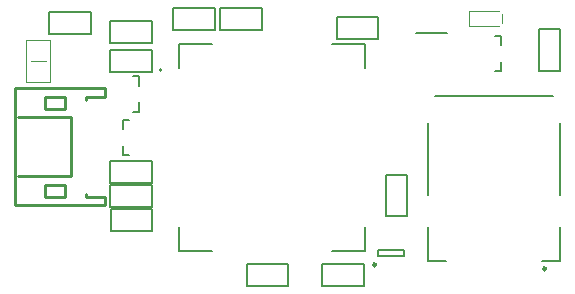
<source format=gbr>
G04*
G04 #@! TF.GenerationSoftware,Altium Limited,Altium Designer,23.0.1 (38)*
G04*
G04 Layer_Color=65535*
%FSLAX25Y25*%
%MOIN*%
G70*
G04*
G04 #@! TF.SameCoordinates,7EA281D9-4360-43E8-82A8-E858FA6B50C7*
G04*
G04*
G04 #@! TF.FilePolarity,Positive*
G04*
G01*
G75*
%ADD10C,0.00945*%
%ADD11C,0.00787*%
%ADD12C,0.00984*%
%ADD13C,0.00500*%
%ADD14C,0.00394*%
%ADD15C,0.01000*%
D10*
X474272Y209173D02*
G03*
X474272Y209173I-472J0D01*
G01*
D11*
X346189Y275402D02*
G03*
X346189Y275402I-394J0D01*
G01*
X434953Y233772D02*
Y257772D01*
X437315Y266831D02*
X476685D01*
X479047Y233772D02*
Y257772D01*
X434953Y211713D02*
Y223272D01*
Y211713D02*
X441000D01*
X473000D02*
X479047D01*
Y223272D01*
X418169Y213516D02*
Y215484D01*
X426831Y213516D02*
Y215484D01*
X418169Y213516D02*
X426831D01*
X418169Y215484D02*
X426831D01*
X457287Y286906D02*
X459256D01*
Y283756D02*
Y286906D01*
X457287Y275095D02*
X459256D01*
Y278244D01*
X333244Y247094D02*
X335213D01*
X333244D02*
Y250244D01*
Y258906D02*
X335213D01*
X333244Y255756D02*
Y258906D01*
X336787Y273406D02*
X338756D01*
Y270256D02*
Y273406D01*
X336787Y261595D02*
X338756D01*
Y264744D01*
D12*
X417677Y210563D02*
G03*
X417677Y210563I-492J0D01*
G01*
D13*
X413905Y214968D02*
Y223236D01*
X402882Y214968D02*
X413905D01*
X352095D02*
Y223236D01*
Y214968D02*
X363118D01*
X413905Y275992D02*
Y284260D01*
X402882D02*
X413905D01*
X352095D02*
X363118D01*
X352095Y275992D02*
Y284260D01*
X308772Y294642D02*
X322551D01*
X308772Y287358D02*
X322551D01*
X308772D02*
Y294642D01*
X322551Y287358D02*
Y294642D01*
X342890Y229858D02*
Y237142D01*
X329110Y229858D02*
Y237142D01*
Y229858D02*
X342890D01*
X329110Y237142D02*
X342890D01*
X329110Y237858D02*
Y245142D01*
X342890Y237858D02*
Y245142D01*
X329110D02*
X342890D01*
X329110Y237858D02*
X342890D01*
X329110Y284358D02*
Y291642D01*
X342890Y284358D02*
Y291642D01*
X329110D02*
X342890D01*
X329110Y284358D02*
X342890D01*
X329272Y221858D02*
Y229142D01*
X343051Y221858D02*
Y229142D01*
X329272D02*
X343051D01*
X329272Y221858D02*
X343051D01*
X329110Y274858D02*
X342890D01*
X329110Y282142D02*
X342890D01*
Y274858D02*
Y282142D01*
X329110Y274858D02*
Y282142D01*
X374610Y210642D02*
X388390D01*
X374610Y203358D02*
X388390D01*
X374610D02*
Y210642D01*
X388390Y203358D02*
Y210642D01*
X413551Y203358D02*
Y210642D01*
X399772Y203358D02*
Y210642D01*
Y203358D02*
X413551D01*
X399772Y210642D02*
X413551D01*
X428142Y226610D02*
Y240390D01*
X420858Y226610D02*
Y240390D01*
X428142D01*
X420858Y226610D02*
X428142D01*
X365772Y296142D02*
X379551D01*
X365772Y288858D02*
X379551D01*
X365772D02*
Y296142D01*
X379551Y288858D02*
Y296142D01*
X350110Y288858D02*
Y296142D01*
X363890Y288858D02*
Y296142D01*
X350110D02*
X363890D01*
X350110Y288858D02*
X363890D01*
X418390Y285858D02*
Y293142D01*
X404610Y285858D02*
Y293142D01*
Y285858D02*
X418390D01*
X404610Y293142D02*
X418390D01*
X471858Y275272D02*
Y289051D01*
X479142Y275272D02*
Y289051D01*
X471858Y275272D02*
X479142D01*
X471858Y289051D02*
X479142D01*
X431075Y287618D02*
X441311D01*
D14*
X302500Y278500D02*
X307500D01*
X301063Y271512D02*
Y285488D01*
X308937D01*
Y271512D02*
Y285488D01*
X301063Y271512D02*
X308937D01*
X448500Y290000D02*
Y295000D01*
X458500D01*
X448500Y290000D02*
X458500D01*
X459500Y291000D02*
Y294000D01*
D15*
X321016Y233079D02*
X327315D01*
Y230323D02*
Y233079D01*
Y266543D02*
Y269299D01*
X321016Y266543D02*
X327315D01*
X297394Y230323D02*
Y269299D01*
Y230323D02*
X327315D01*
X297394Y269299D02*
X327315D01*
X321016Y265559D02*
Y266543D01*
Y233079D02*
Y234063D01*
X316094Y239968D02*
Y259653D01*
X298378D02*
X316094D01*
X298378Y239968D02*
X316094D01*
X314126Y262606D02*
Y266543D01*
X307236D02*
X314126D01*
X307236Y262606D02*
Y266543D01*
Y262606D02*
X314126D01*
X307236Y237016D02*
X314126D01*
X307236Y233079D02*
Y237016D01*
Y233079D02*
X314126D01*
Y237016D01*
M02*

</source>
